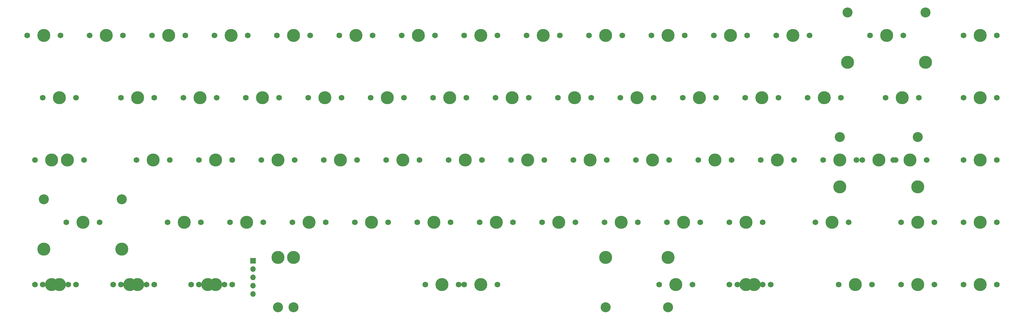
<source format=gbr>
%TF.GenerationSoftware,KiCad,Pcbnew,(6.0.8-1)-1*%
%TF.CreationDate,2022-12-25T10:37:34-08:00*%
%TF.ProjectId,bowiten65-rp2040,626f7769-7465-46e3-9635-2d7270323034,rev?*%
%TF.SameCoordinates,Original*%
%TF.FileFunction,Soldermask,Top*%
%TF.FilePolarity,Negative*%
%FSLAX46Y46*%
G04 Gerber Fmt 4.6, Leading zero omitted, Abs format (unit mm)*
G04 Created by KiCad (PCBNEW (6.0.8-1)-1) date 2022-12-25 10:37:34*
%MOMM*%
%LPD*%
G01*
G04 APERTURE LIST*
%ADD10C,1.750000*%
%ADD11C,3.987800*%
%ADD12C,3.048000*%
%ADD13R,1.700000X1.700000*%
%ADD14O,1.700000X1.700000*%
G04 APERTURE END LIST*
D10*
%TO.C,MX53*%
X152906952Y-168337452D03*
X163066952Y-168337452D03*
D11*
X157986952Y-168337452D03*
%TD*%
%TO.C,MX29*%
X300861952Y-130237452D03*
D10*
X295781952Y-130237452D03*
X305941952Y-130237452D03*
%TD*%
%TO.C,MX57*%
X239266952Y-168337452D03*
D11*
X234186952Y-168337452D03*
D10*
X229106952Y-168337452D03*
%TD*%
D11*
%TO.C,MX68*%
X160368202Y-187387452D03*
D12*
X210368102Y-194372452D03*
D10*
X155288202Y-187387452D03*
D12*
X110368302Y-194372452D03*
D11*
X210368102Y-179132452D03*
X110368302Y-179132452D03*
D10*
X165448202Y-187387452D03*
%TD*%
%TO.C,MX56*%
X220216952Y-168337452D03*
X210056952Y-168337452D03*
D11*
X215136952Y-168337452D03*
%TD*%
D10*
%TO.C,MX74*%
X300544452Y-187387452D03*
D11*
X305624452Y-187387452D03*
D10*
X310704452Y-187387452D03*
%TD*%
%TO.C,MX66*%
X83850702Y-187387452D03*
D11*
X88930702Y-187387452D03*
D10*
X94010702Y-187387452D03*
%TD*%
%TO.C,MX24*%
X205929452Y-130237452D03*
D11*
X200849452Y-130237452D03*
D10*
X195769452Y-130237452D03*
%TD*%
D11*
%TO.C,MX39*%
X186561952Y-149287452D03*
D10*
X191641952Y-149287452D03*
X181481952Y-149287452D03*
%TD*%
%TO.C,MX49*%
X86866952Y-168337452D03*
D11*
X81786952Y-168337452D03*
D10*
X76706952Y-168337452D03*
%TD*%
%TO.C,MX42*%
X248791952Y-149287452D03*
X238631952Y-149287452D03*
D11*
X243711952Y-149287452D03*
%TD*%
D10*
%TO.C,MX20*%
X129729452Y-130237452D03*
X119569452Y-130237452D03*
D11*
X124649452Y-130237452D03*
%TD*%
%TO.C,MX10*%
X210374452Y-111187452D03*
D10*
X215454452Y-111187452D03*
X205294452Y-111187452D03*
%TD*%
D11*
%TO.C,MX72*%
X255618202Y-187387452D03*
D10*
X260698202Y-187387452D03*
X250538202Y-187387452D03*
%TD*%
D11*
%TO.C,MX38*%
X167511952Y-149287452D03*
D10*
X172591952Y-149287452D03*
X162431952Y-149287452D03*
%TD*%
%TO.C,MX70*%
X226725702Y-187387452D03*
X236885702Y-187387452D03*
D11*
X231805702Y-187387452D03*
%TD*%
D10*
%TO.C,MX43*%
X257681952Y-149287452D03*
D11*
X262761952Y-149287452D03*
D10*
X267841952Y-149287452D03*
%TD*%
D11*
%TO.C,MX7*%
X153224452Y-111187452D03*
D10*
X158304452Y-111187452D03*
X148144452Y-111187452D03*
%TD*%
%TO.C,MX11*%
X224344452Y-111187452D03*
D11*
X229424452Y-111187452D03*
D10*
X234504452Y-111187452D03*
%TD*%
D11*
%TO.C,MX71*%
X253236952Y-187387452D03*
D10*
X248156952Y-187387452D03*
X258316952Y-187387452D03*
%TD*%
D11*
%TO.C,MX37*%
X148461952Y-149287452D03*
D10*
X143381952Y-149287452D03*
X153541952Y-149287452D03*
%TD*%
%TO.C,MX36*%
X124331952Y-149287452D03*
D11*
X129411952Y-149287452D03*
D10*
X134491952Y-149287452D03*
%TD*%
%TO.C,MX40*%
X210691952Y-149287452D03*
X200531952Y-149287452D03*
D11*
X205611952Y-149287452D03*
%TD*%
D10*
%TO.C,MX50*%
X95756952Y-168337452D03*
D11*
X100836952Y-168337452D03*
D10*
X105916952Y-168337452D03*
%TD*%
%TO.C,MX59*%
X284510702Y-168337452D03*
X274350702Y-168337452D03*
D11*
X279430702Y-168337452D03*
%TD*%
D10*
%TO.C,MX25*%
X214819452Y-130237452D03*
D11*
X219899452Y-130237452D03*
D10*
X224979452Y-130237452D03*
%TD*%
%TO.C,MX33*%
X77341952Y-149287452D03*
D11*
X72261952Y-149287452D03*
D10*
X67181952Y-149287452D03*
%TD*%
D11*
%TO.C,MX69*%
X172274452Y-187387452D03*
X229424452Y-179132452D03*
D12*
X115124452Y-194372452D03*
D11*
X115124452Y-179132452D03*
D10*
X177354452Y-187387452D03*
D12*
X229424452Y-194372452D03*
D10*
X167194452Y-187387452D03*
%TD*%
D11*
%TO.C,MX65*%
X67499452Y-187387452D03*
D10*
X72579452Y-187387452D03*
X62419452Y-187387452D03*
%TD*%
%TO.C,MX26*%
X233869452Y-130237452D03*
X244029452Y-130237452D03*
D11*
X238949452Y-130237452D03*
%TD*%
%TO.C,MX16*%
X43686952Y-130237452D03*
D10*
X38606952Y-130237452D03*
X48766952Y-130237452D03*
%TD*%
%TO.C,MX52*%
X144016952Y-168337452D03*
X133856952Y-168337452D03*
D11*
X138936952Y-168337452D03*
%TD*%
%TO.C,MX45*%
X281811952Y-157542452D03*
D12*
X305624452Y-142302452D03*
D11*
X293718202Y-149287452D03*
X305624452Y-157542452D03*
D10*
X288638202Y-149287452D03*
D12*
X281811952Y-142302452D03*
D10*
X298798202Y-149287452D03*
%TD*%
%TO.C,MX22*%
X157669452Y-130237452D03*
D11*
X162749452Y-130237452D03*
D10*
X167829452Y-130237452D03*
%TD*%
%TO.C,MX32*%
X51148202Y-149287452D03*
D11*
X46068202Y-149287452D03*
D10*
X40988202Y-149287452D03*
%TD*%
%TO.C,MX6*%
X129094452Y-111187452D03*
X139254452Y-111187452D03*
D11*
X134174452Y-111187452D03*
%TD*%
%TO.C,MX48*%
X62736952Y-176592452D03*
X38924452Y-176592452D03*
D10*
X55910702Y-168337452D03*
D12*
X38924452Y-161352452D03*
D11*
X50830702Y-168337452D03*
D10*
X45750702Y-168337452D03*
D12*
X62736952Y-161352452D03*
%TD*%
D11*
%TO.C,MX51*%
X119886952Y-168337452D03*
D10*
X124966952Y-168337452D03*
X114806952Y-168337452D03*
%TD*%
%TO.C,MX34*%
X96391952Y-149287452D03*
X86231952Y-149287452D03*
D11*
X91311952Y-149287452D03*
%TD*%
D10*
%TO.C,MX73*%
X281494452Y-187387452D03*
X291654452Y-187387452D03*
D11*
X286574452Y-187387452D03*
%TD*%
%TO.C,MX14*%
X284193202Y-119442452D03*
X296099452Y-111187452D03*
X308005702Y-119442452D03*
D10*
X291019452Y-111187452D03*
X301179452Y-111187452D03*
D12*
X284193202Y-104202452D03*
X308005702Y-104202452D03*
%TD*%
D10*
%TO.C,MX64*%
X60038202Y-187387452D03*
D11*
X65118202Y-187387452D03*
D10*
X70198202Y-187387452D03*
%TD*%
%TO.C,MX61*%
X329754452Y-168337452D03*
X319594452Y-168337452D03*
D11*
X324674452Y-168337452D03*
%TD*%
%TO.C,MX2*%
X57974452Y-111187452D03*
D10*
X63054452Y-111187452D03*
X52894452Y-111187452D03*
%TD*%
%TO.C,MX47*%
X329754452Y-149287452D03*
X319594452Y-149287452D03*
D11*
X324674452Y-149287452D03*
%TD*%
%TO.C,MX62*%
X41305702Y-187387452D03*
D10*
X46385702Y-187387452D03*
X36225702Y-187387452D03*
%TD*%
%TO.C,MX60*%
X310704452Y-168337452D03*
X300544452Y-168337452D03*
D11*
X305624452Y-168337452D03*
%TD*%
D10*
%TO.C,MX46*%
X308323202Y-149287452D03*
X298163202Y-149287452D03*
D11*
X303243202Y-149287452D03*
%TD*%
D10*
%TO.C,MX30*%
X319594452Y-130237452D03*
X329754452Y-130237452D03*
D11*
X324674452Y-130237452D03*
%TD*%
D10*
%TO.C,MX4*%
X101154452Y-111187452D03*
D11*
X96074452Y-111187452D03*
D10*
X90994452Y-111187452D03*
%TD*%
%TO.C,MX12*%
X253554452Y-111187452D03*
X243394452Y-111187452D03*
D11*
X248474452Y-111187452D03*
%TD*%
D10*
%TO.C,MX18*%
X91629452Y-130237452D03*
D11*
X86549452Y-130237452D03*
D10*
X81469452Y-130237452D03*
%TD*%
%TO.C,MX23*%
X186879452Y-130237452D03*
D11*
X181799452Y-130237452D03*
D10*
X176719452Y-130237452D03*
%TD*%
D11*
%TO.C,MX21*%
X143699452Y-130237452D03*
D10*
X138619452Y-130237452D03*
X148779452Y-130237452D03*
%TD*%
%TO.C,MX63*%
X38606952Y-187387452D03*
X48766952Y-187387452D03*
D11*
X43686952Y-187387452D03*
%TD*%
D10*
%TO.C,MX9*%
X186244452Y-111187452D03*
X196404452Y-111187452D03*
D11*
X191324452Y-111187452D03*
%TD*%
D10*
%TO.C,MX27*%
X252919452Y-130237452D03*
X263079452Y-130237452D03*
D11*
X257999452Y-130237452D03*
%TD*%
%TO.C,MX28*%
X277049452Y-130237452D03*
D10*
X282129452Y-130237452D03*
X271969452Y-130237452D03*
%TD*%
D11*
%TO.C,MX15*%
X324674452Y-111187452D03*
D10*
X319594452Y-111187452D03*
X329754452Y-111187452D03*
%TD*%
%TO.C,MX17*%
X62419452Y-130237452D03*
X72579452Y-130237452D03*
D11*
X67499452Y-130237452D03*
%TD*%
%TO.C,MX44*%
X281811952Y-149287452D03*
D10*
X286891952Y-149287452D03*
X276731952Y-149287452D03*
%TD*%
%TO.C,MX54*%
X182116952Y-168337452D03*
X171956952Y-168337452D03*
D11*
X177036952Y-168337452D03*
%TD*%
%TO.C,MX75*%
X324674452Y-187387452D03*
D10*
X329754452Y-187387452D03*
X319594452Y-187387452D03*
%TD*%
%TO.C,MX1*%
X44004452Y-111187452D03*
D11*
X38924452Y-111187452D03*
D10*
X33844452Y-111187452D03*
%TD*%
%TO.C,MX5*%
X110044452Y-111187452D03*
X120204452Y-111187452D03*
D11*
X115124452Y-111187452D03*
%TD*%
%TO.C,MX58*%
X253236952Y-168337452D03*
D10*
X258316952Y-168337452D03*
X248156952Y-168337452D03*
%TD*%
%TO.C,MX19*%
X100519452Y-130237452D03*
D11*
X105599452Y-130237452D03*
D10*
X110679452Y-130237452D03*
%TD*%
%TO.C,MX67*%
X86231952Y-187387452D03*
D11*
X91311952Y-187387452D03*
D10*
X96391952Y-187387452D03*
%TD*%
D11*
%TO.C,MX8*%
X172274452Y-111187452D03*
D10*
X177354452Y-111187452D03*
X167194452Y-111187452D03*
%TD*%
D11*
%TO.C,MX35*%
X110361952Y-149287452D03*
D10*
X115441952Y-149287452D03*
X105281952Y-149287452D03*
%TD*%
%TO.C,MX3*%
X71944452Y-111187452D03*
D11*
X77024452Y-111187452D03*
D10*
X82104452Y-111187452D03*
%TD*%
%TO.C,MX31*%
X46385702Y-149287452D03*
X36225702Y-149287452D03*
D11*
X41305702Y-149287452D03*
%TD*%
D10*
%TO.C,MX55*%
X201166952Y-168337452D03*
D11*
X196086952Y-168337452D03*
D10*
X191006952Y-168337452D03*
%TD*%
D11*
%TO.C,MX13*%
X267524452Y-111187452D03*
D10*
X262444452Y-111187452D03*
X272604452Y-111187452D03*
%TD*%
D11*
%TO.C,MX41*%
X224661952Y-149287452D03*
D10*
X229741952Y-149287452D03*
X219581952Y-149287452D03*
%TD*%
D13*
%TO.C,J2*%
X102718000Y-180116000D03*
D14*
X102718000Y-182656000D03*
X102718000Y-185196000D03*
X102718000Y-187736000D03*
X102718000Y-190276000D03*
%TD*%
M02*

</source>
